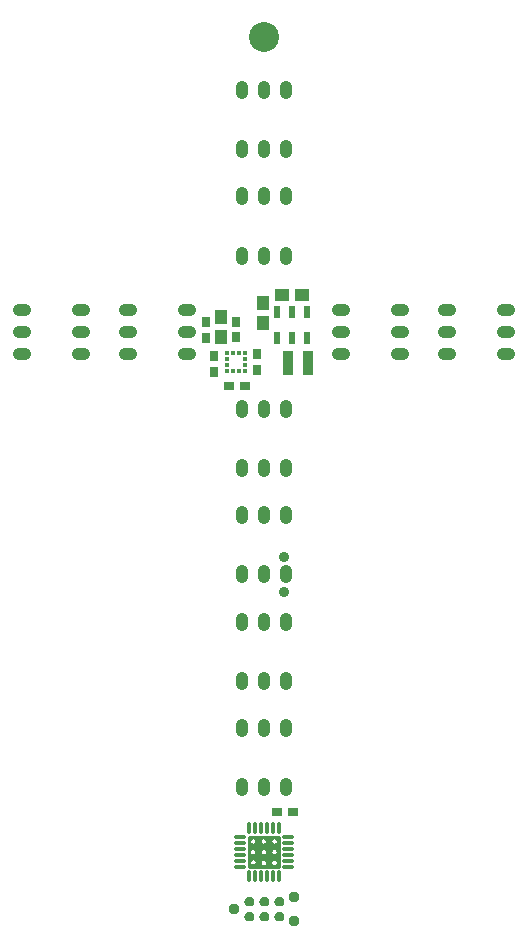
<source format=gts>
G04 DipTrace 2.4.0.2*
%INcross.gts*%
%MOMM*%
%ADD10C,0.25*%
%ADD20C,0.165*%
%ADD29R,0.5X1.0*%
%ADD48C,0.95*%
%ADD49C,0.9*%
%ADD50C,2.54*%
%ADD55R,0.325X0.3*%
%ADD56R,0.3X0.325*%
%ADD57R,0.75X0.95*%
%ADD58R,0.95X0.75*%
%ADD61O,1.55X1.05*%
%ADD62R,0.9X2.05*%
%ADD63R,1.05X1.15*%
%ADD64R,1.15X1.05*%
%ADD65O,1.05X1.55*%
%ADD69O,1.05X0.33*%
%ADD70O,0.33X1.05*%
%FSLAX53Y53*%
G04*
G71*
G90*
G75*
G01*
%LNTopMask*%
%LPD*%
X30824Y16996D2*
D20*
X30825Y17015D1*
X30827Y17033D1*
X30830Y17052D1*
X30835Y17070D1*
X30841Y17088D1*
X30848Y17105D1*
X30857Y17121D1*
X30866Y17138D1*
X30877Y17153D1*
X30889Y17168D1*
X30902Y17182D1*
X30916Y17194D1*
X30931Y17206D1*
X30947Y17217D1*
X30964Y17227D1*
X30981Y17236D1*
X30999Y17244D1*
X31017Y17250D1*
X31036Y17255D1*
X31055Y17259D1*
X31074Y17261D1*
X31094Y17263D1*
X31113D1*
X31133Y17261D1*
X31152Y17259D1*
X31171Y17255D1*
X31190Y17250D1*
X31208Y17244D1*
X31226Y17236D1*
X31243Y17227D1*
X31260Y17217D1*
X31275Y17206D1*
X31290Y17194D1*
X31304Y17182D1*
X31318Y17168D1*
X31330Y17153D1*
X31340Y17138D1*
X31350Y17121D1*
X31359Y17105D1*
X31366Y17088D1*
X31372Y17070D1*
X31377Y17052D1*
X31380Y17033D1*
X31382Y17015D1*
X31383Y16996D1*
X31382Y16978D1*
X31380Y16959D1*
X31377Y16941D1*
X31372Y16923D1*
X31366Y16905D1*
X31359Y16888D1*
X31350Y16871D1*
X31340Y16855D1*
X31330Y16840D1*
X31318Y16825D1*
X31304Y16811D1*
X31290Y16798D1*
X31275Y16786D1*
X31260Y16775D1*
X31243Y16765D1*
X31226Y16757D1*
X31208Y16749D1*
X31190Y16743D1*
X31171Y16738D1*
X31152Y16734D1*
X31133Y16731D1*
X31113Y16730D1*
X31094D1*
X31074Y16731D1*
X31055Y16734D1*
X31036Y16738D1*
X31017Y16743D1*
X30999Y16749D1*
X30981Y16757D1*
X30964Y16765D1*
X30947Y16775D1*
X30931Y16786D1*
X30916Y16798D1*
X30902Y16811D1*
X30889Y16825D1*
X30877Y16840D1*
X30866Y16855D1*
X30857Y16871D1*
X30848Y16888D1*
X30841Y16905D1*
X30835Y16923D1*
X30830Y16941D1*
X30827Y16959D1*
X30825Y16978D1*
X30824Y16996D1*
Y17900D2*
X30825Y17918D1*
X30827Y17937D1*
X30830Y17955D1*
X30835Y17973D1*
X30841Y17991D1*
X30848Y18008D1*
X30857Y18025D1*
X30866Y18041D1*
X30877Y18056D1*
X30889Y18071D1*
X30902Y18085D1*
X30916Y18098D1*
X30931Y18110D1*
X30947Y18121D1*
X30964Y18130D1*
X30981Y18139D1*
X30999Y18147D1*
X31017Y18153D1*
X31036Y18158D1*
X31055Y18162D1*
X31074Y18165D1*
X31094Y18166D1*
X31113D1*
X31133Y18165D1*
X31152Y18162D1*
X31171Y18158D1*
X31190Y18153D1*
X31208Y18147D1*
X31226Y18139D1*
X31243Y18130D1*
X31260Y18121D1*
X31275Y18110D1*
X31290Y18098D1*
X31304Y18085D1*
X31318Y18071D1*
X31330Y18056D1*
X31340Y18041D1*
X31350Y18025D1*
X31359Y18008D1*
X31366Y17991D1*
X31372Y17973D1*
X31377Y17955D1*
X31380Y17937D1*
X31382Y17918D1*
X31383Y17900D1*
X31382Y17881D1*
X31380Y17862D1*
X31377Y17844D1*
X31372Y17826D1*
X31366Y17808D1*
X31359Y17791D1*
X31350Y17774D1*
X31340Y17758D1*
X31330Y17743D1*
X31318Y17728D1*
X31304Y17714D1*
X31290Y17701D1*
X31275Y17689D1*
X31260Y17679D1*
X31243Y17669D1*
X31226Y17660D1*
X31208Y17652D1*
X31190Y17646D1*
X31171Y17641D1*
X31152Y17637D1*
X31133Y17634D1*
X31113Y17633D1*
X31094D1*
X31074Y17634D1*
X31055Y17637D1*
X31036Y17641D1*
X31017Y17646D1*
X30999Y17652D1*
X30981Y17660D1*
X30964Y17669D1*
X30947Y17679D1*
X30931Y17689D1*
X30916Y17701D1*
X30902Y17714D1*
X30889Y17728D1*
X30877Y17743D1*
X30866Y17758D1*
X30857Y17774D1*
X30848Y17791D1*
X30841Y17808D1*
X30835Y17826D1*
X30830Y17844D1*
X30827Y17862D1*
X30825Y17881D1*
X30824Y17900D1*
X31721Y16090D2*
Y16108D1*
X31723Y16127D1*
X31727Y16145D1*
X31731Y16163D1*
X31737Y16181D1*
X31745Y16198D1*
X31753Y16215D1*
X31763Y16231D1*
X31774Y16246D1*
X31786Y16261D1*
X31799Y16275D1*
X31813Y16288D1*
X31828Y16300D1*
X31844Y16311D1*
X31860Y16321D1*
X31877Y16329D1*
X31895Y16337D1*
X31914Y16343D1*
X31932Y16348D1*
X31951Y16352D1*
X31971Y16355D1*
X31990Y16356D1*
X32010D1*
X32029Y16355D1*
X32049Y16352D1*
X32068Y16348D1*
X32086Y16343D1*
X32105Y16337D1*
X32123Y16329D1*
X32140Y16321D1*
X32156Y16311D1*
X32172Y16300D1*
X32187Y16288D1*
X32201Y16275D1*
X32214Y16261D1*
X32226Y16246D1*
X32237Y16231D1*
X32247Y16215D1*
X32255Y16198D1*
X32263Y16181D1*
X32269Y16163D1*
X32273Y16145D1*
X32277Y16127D1*
X32279Y16108D1*
Y16090D1*
Y16071D1*
X32277Y16053D1*
X32273Y16034D1*
X32269Y16016D1*
X32263Y15998D1*
X32255Y15981D1*
X32247Y15964D1*
X32237Y15948D1*
X32226Y15933D1*
X32214Y15918D1*
X32201Y15904D1*
X32187Y15892D1*
X32172Y15880D1*
X32156Y15869D1*
X32140Y15859D1*
X32123Y15850D1*
X32105Y15842D1*
X32086Y15836D1*
X32068Y15831D1*
X32049Y15827D1*
X32029Y15824D1*
X32010Y15823D1*
X31990D1*
X31971Y15824D1*
X31951Y15827D1*
X31932Y15831D1*
X31914Y15836D1*
X31895Y15842D1*
X31877Y15850D1*
X31860Y15859D1*
X31844Y15869D1*
X31828Y15880D1*
X31813Y15892D1*
X31799Y15904D1*
X31786Y15918D1*
X31774Y15933D1*
X31763Y15948D1*
X31753Y15964D1*
X31745Y15981D1*
X31737Y15998D1*
X31731Y16016D1*
X31727Y16034D1*
X31723Y16053D1*
X31721Y16071D1*
Y16090D1*
X31724Y16990D2*
X31725Y17008D1*
X31727Y17027D1*
X31730Y17045D1*
X31735Y17063D1*
X31741Y17081D1*
X31748Y17098D1*
X31757Y17115D1*
X31767Y17131D1*
X31777Y17146D1*
X31789Y17161D1*
X31802Y17175D1*
X31816Y17188D1*
X31831Y17200D1*
X31847Y17211D1*
X31864Y17220D1*
X31881Y17229D1*
X31899Y17237D1*
X31917Y17243D1*
X31936Y17248D1*
X31955Y17252D1*
X31974Y17255D1*
X31994Y17256D1*
X32013D1*
X32033Y17255D1*
X32052Y17252D1*
X32071Y17248D1*
X32090Y17243D1*
X32108Y17237D1*
X32126Y17229D1*
X32143Y17220D1*
X32159Y17211D1*
X32175Y17200D1*
X32190Y17188D1*
X32204Y17175D1*
X32217Y17161D1*
X32229Y17146D1*
X32240Y17131D1*
X32250Y17115D1*
X32258Y17098D1*
X32266Y17081D1*
X32272Y17063D1*
X32276Y17045D1*
X32280Y17027D1*
X32282Y17008D1*
X32283Y16990D1*
X32282Y16971D1*
X32280Y16952D1*
X32276Y16934D1*
X32272Y16916D1*
X32266Y16898D1*
X32258Y16881D1*
X32250Y16864D1*
X32240Y16848D1*
X32229Y16833D1*
X32217Y16818D1*
X32204Y16804D1*
X32190Y16791D1*
X32175Y16779D1*
X32159Y16768D1*
X32143Y16759D1*
X32126Y16750D1*
X32108Y16742D1*
X32090Y16736D1*
X32071Y16731D1*
X32052Y16727D1*
X32033Y16724D1*
X32013Y16723D1*
X31994D1*
X31974Y16724D1*
X31955Y16727D1*
X31936Y16731D1*
X31917Y16736D1*
X31899Y16742D1*
X31881Y16750D1*
X31864Y16759D1*
X31847Y16768D1*
X31831Y16779D1*
X31816Y16791D1*
X31802Y16804D1*
X31789Y16818D1*
X31777Y16833D1*
X31767Y16848D1*
X31757Y16864D1*
X31748Y16881D1*
X31741Y16898D1*
X31735Y16916D1*
X31730Y16934D1*
X31727Y16952D1*
X31725Y16971D1*
X31724Y16990D1*
Y17000D2*
X31725Y17018D1*
X31727Y17037D1*
X31730Y17055D1*
X31735Y17073D1*
X31741Y17091D1*
X31748Y17108D1*
X31757Y17125D1*
X31767Y17141D1*
X31777Y17156D1*
X31789Y17171D1*
X31802Y17185D1*
X31816Y17198D1*
X31831Y17210D1*
X31847Y17221D1*
X31864Y17231D1*
X31881Y17239D1*
X31899Y17247D1*
X31917Y17253D1*
X31936Y17258D1*
X31955Y17262D1*
X31974Y17265D1*
X31994Y17266D1*
X32013D1*
X32033Y17265D1*
X32052Y17262D1*
X32071Y17258D1*
X32090Y17253D1*
X32108Y17247D1*
X32126Y17239D1*
X32143Y17231D1*
X32159Y17221D1*
X32175Y17210D1*
X32190Y17198D1*
X32204Y17185D1*
X32217Y17171D1*
X32229Y17156D1*
X32240Y17141D1*
X32250Y17125D1*
X32258Y17108D1*
X32266Y17091D1*
X32272Y17073D1*
X32276Y17055D1*
X32280Y17037D1*
X32282Y17018D1*
X32283Y17000D1*
X32282Y16981D1*
X32280Y16963D1*
X32276Y16944D1*
X32272Y16926D1*
X32266Y16909D1*
X32258Y16891D1*
X32250Y16875D1*
X32240Y16858D1*
X32229Y16843D1*
X32217Y16828D1*
X32204Y16815D1*
X32190Y16802D1*
X32175Y16790D1*
X32159Y16779D1*
X32143Y16769D1*
X32126Y16760D1*
X32108Y16753D1*
X32090Y16746D1*
X32071Y16741D1*
X32052Y16737D1*
X32033Y16735D1*
X32013Y16733D1*
X31994D1*
X31974Y16735D1*
X31955Y16737D1*
X31936Y16741D1*
X31917Y16746D1*
X31899Y16753D1*
X31881Y16760D1*
X31864Y16769D1*
X31847Y16779D1*
X31831Y16790D1*
X31816Y16802D1*
X31802Y16815D1*
X31789Y16828D1*
X31777Y16843D1*
X31767Y16858D1*
X31757Y16875D1*
X31748Y16891D1*
X31741Y16909D1*
X31735Y16926D1*
X31730Y16944D1*
X31727Y16963D1*
X31725Y16981D1*
X31724Y17000D1*
X31717Y17896D2*
X31718Y17915D1*
X31720Y17933D1*
X31724Y17952D1*
X31728Y17970D1*
X31734Y17987D1*
X31742Y18005D1*
X31750Y18021D1*
X31760Y18037D1*
X31771Y18053D1*
X31783Y18068D1*
X31796Y18081D1*
X31810Y18094D1*
X31825Y18106D1*
X31841Y18117D1*
X31857Y18127D1*
X31874Y18136D1*
X31892Y18143D1*
X31910Y18150D1*
X31929Y18155D1*
X31948Y18159D1*
X31968Y18161D1*
X31987Y18163D1*
X32006D1*
X32026Y18161D1*
X32045Y18159D1*
X32064Y18155D1*
X32083Y18150D1*
X32101Y18143D1*
X32119Y18136D1*
X32136Y18127D1*
X32153Y18117D1*
X32169Y18106D1*
X32184Y18094D1*
X32198Y18081D1*
X32211Y18068D1*
X32223Y18053D1*
X32233Y18037D1*
X32243Y18021D1*
X32252Y18005D1*
X32259Y17987D1*
X32265Y17970D1*
X32270Y17952D1*
X32273Y17933D1*
X32275Y17915D1*
X32276Y17896D1*
X32275Y17878D1*
X32273Y17859D1*
X32270Y17841D1*
X32265Y17823D1*
X32259Y17805D1*
X32252Y17788D1*
X32243Y17771D1*
X32233Y17755D1*
X32223Y17739D1*
X32211Y17725D1*
X32198Y17711D1*
X32184Y17698D1*
X32169Y17686D1*
X32153Y17675D1*
X32136Y17665D1*
X32119Y17657D1*
X32101Y17649D1*
X32083Y17643D1*
X32064Y17637D1*
X32045Y17634D1*
X32026Y17631D1*
X32006Y17630D1*
X31987D1*
X31968Y17631D1*
X31948Y17634D1*
X31929Y17637D1*
X31910Y17643D1*
X31892Y17649D1*
X31874Y17657D1*
X31857Y17665D1*
X31841Y17675D1*
X31825Y17686D1*
X31810Y17698D1*
X31796Y17711D1*
X31783Y17725D1*
X31771Y17739D1*
X31760Y17755D1*
X31750Y17771D1*
X31742Y17788D1*
X31734Y17805D1*
X31728Y17823D1*
X31724Y17841D1*
X31720Y17859D1*
X31718Y17878D1*
X31717Y17896D1*
X32624Y16993D2*
X32625Y17012D1*
X32627Y17030D1*
X32630Y17048D1*
X32635Y17066D1*
X32641Y17084D1*
X32648Y17101D1*
X32657Y17118D1*
X32667Y17134D1*
X32678Y17150D1*
X32690Y17164D1*
X32703Y17178D1*
X32717Y17191D1*
X32732Y17203D1*
X32747Y17214D1*
X32764Y17224D1*
X32781Y17233D1*
X32799Y17240D1*
X32817Y17246D1*
X32836Y17252D1*
X32855Y17255D1*
X32874Y17258D1*
X32894Y17259D1*
X32913D1*
X32933Y17258D1*
X32952Y17255D1*
X32971Y17252D1*
X32990Y17246D1*
X33008Y17240D1*
X33026Y17233D1*
X33043Y17224D1*
X33060Y17214D1*
X33075Y17203D1*
X33090Y17191D1*
X33104Y17178D1*
X33117Y17164D1*
X33129Y17150D1*
X33140Y17134D1*
X33150Y17118D1*
X33159Y17101D1*
X33166Y17084D1*
X33172Y17066D1*
X33177Y17048D1*
X33180Y17030D1*
X33182Y17012D1*
X33183Y16993D1*
X33182Y16974D1*
X33180Y16956D1*
X33177Y16937D1*
X33172Y16919D1*
X33166Y16902D1*
X33159Y16884D1*
X33150Y16868D1*
X33140Y16852D1*
X33129Y16836D1*
X33117Y16822D1*
X33104Y16808D1*
X33090Y16795D1*
X33075Y16783D1*
X33060Y16772D1*
X33043Y16762D1*
X33026Y16753D1*
X33008Y16746D1*
X32990Y16739D1*
X32971Y16734D1*
X32952Y16730D1*
X32933Y16728D1*
X32913Y16726D1*
X32894D1*
X32874Y16728D1*
X32855Y16730D1*
X32836Y16734D1*
X32817Y16739D1*
X32799Y16746D1*
X32781Y16753D1*
X32764Y16762D1*
X32747Y16772D1*
X32732Y16783D1*
X32717Y16795D1*
X32703Y16808D1*
X32690Y16822D1*
X32678Y16836D1*
X32667Y16852D1*
X32657Y16868D1*
X32648Y16884D1*
X32641Y16902D1*
X32635Y16919D1*
X32630Y16937D1*
X32627Y16956D1*
X32625Y16974D1*
X32624Y16993D1*
Y16096D2*
X32625Y16115D1*
X32627Y16134D1*
X32630Y16152D1*
X32635Y16170D1*
X32641Y16188D1*
X32648Y16205D1*
X32657Y16222D1*
X32667Y16238D1*
X32678Y16253D1*
X32690Y16268D1*
X32703Y16282D1*
X32717Y16295D1*
X32732Y16307D1*
X32747Y16317D1*
X32764Y16327D1*
X32781Y16336D1*
X32799Y16344D1*
X32817Y16350D1*
X32836Y16355D1*
X32855Y16359D1*
X32874Y16362D1*
X32894Y16363D1*
X32913D1*
X32933Y16362D1*
X32952Y16359D1*
X32971Y16355D1*
X32990Y16350D1*
X33008Y16344D1*
X33026Y16336D1*
X33043Y16327D1*
X33060Y16317D1*
X33075Y16307D1*
X33090Y16295D1*
X33104Y16282D1*
X33117Y16268D1*
X33129Y16253D1*
X33140Y16238D1*
X33150Y16222D1*
X33159Y16205D1*
X33166Y16188D1*
X33172Y16170D1*
X33177Y16152D1*
X33180Y16134D1*
X33182Y16115D1*
X33183Y16096D1*
X33182Y16078D1*
X33180Y16059D1*
X33177Y16041D1*
X33172Y16023D1*
X33166Y16005D1*
X33159Y15988D1*
X33150Y15971D1*
X33140Y15955D1*
X33129Y15940D1*
X33117Y15925D1*
X33104Y15911D1*
X33090Y15898D1*
X33075Y15886D1*
X33060Y15875D1*
X33043Y15866D1*
X33026Y15857D1*
X33008Y15849D1*
X32990Y15843D1*
X32971Y15838D1*
X32952Y15834D1*
X32933Y15831D1*
X32913Y15830D1*
X32894D1*
X32874Y15831D1*
X32855Y15834D1*
X32836Y15838D1*
X32817Y15843D1*
X32799Y15849D1*
X32781Y15857D1*
X32764Y15866D1*
X32747Y15875D1*
X32732Y15886D1*
X32717Y15898D1*
X32703Y15911D1*
X32690Y15925D1*
X32678Y15940D1*
X32667Y15955D1*
X32657Y15971D1*
X32648Y15988D1*
X32641Y16005D1*
X32635Y16023D1*
X32630Y16041D1*
X32627Y16059D1*
X32625Y16078D1*
X32624Y16096D1*
Y17900D2*
X32625Y17918D1*
X32627Y17937D1*
X32630Y17955D1*
X32635Y17973D1*
X32641Y17991D1*
X32648Y18008D1*
X32657Y18025D1*
X32667Y18041D1*
X32678Y18056D1*
X32690Y18071D1*
X32703Y18085D1*
X32717Y18098D1*
X32732Y18110D1*
X32747Y18121D1*
X32764Y18130D1*
X32781Y18139D1*
X32799Y18147D1*
X32817Y18153D1*
X32836Y18158D1*
X32855Y18162D1*
X32874Y18165D1*
X32894Y18166D1*
X32913D1*
X32933Y18165D1*
X32952Y18162D1*
X32971Y18158D1*
X32990Y18153D1*
X33008Y18147D1*
X33026Y18139D1*
X33043Y18130D1*
X33060Y18121D1*
X33075Y18110D1*
X33090Y18098D1*
X33104Y18085D1*
X33117Y18071D1*
X33129Y18056D1*
X33140Y18041D1*
X33150Y18025D1*
X33159Y18008D1*
X33166Y17991D1*
X33172Y17973D1*
X33177Y17955D1*
X33180Y17937D1*
X33182Y17918D1*
X33183Y17900D1*
X33182Y17881D1*
X33180Y17862D1*
X33177Y17844D1*
X33172Y17826D1*
X33166Y17808D1*
X33159Y17791D1*
X33150Y17774D1*
X33140Y17758D1*
X33129Y17743D1*
X33117Y17728D1*
X33104Y17714D1*
X33090Y17701D1*
X33075Y17689D1*
X33060Y17679D1*
X33043Y17669D1*
X33026Y17660D1*
X33008Y17652D1*
X32990Y17646D1*
X32971Y17641D1*
X32952Y17637D1*
X32933Y17634D1*
X32913Y17633D1*
X32894D1*
X32874Y17634D1*
X32855Y17637D1*
X32836Y17641D1*
X32817Y17646D1*
X32799Y17652D1*
X32781Y17660D1*
X32764Y17669D1*
X32747Y17679D1*
X32732Y17689D1*
X32717Y17701D1*
X32703Y17714D1*
X32690Y17728D1*
X32678Y17743D1*
X32667Y17758D1*
X32657Y17774D1*
X32648Y17791D1*
X32641Y17808D1*
X32635Y17826D1*
X32630Y17844D1*
X32627Y17862D1*
X32625Y17881D1*
X32624Y17900D1*
X30733Y15740D2*
D10*
X33260D1*
Y18230D1*
X30733D1*
Y15740D1*
G36*
X30793Y16334D2*
X33177D1*
Y16814D1*
X30793D1*
Y16334D1*
G37*
G36*
X32200Y15777D2*
X32667D1*
Y18253D1*
X32200D1*
Y15777D1*
G37*
G36*
X31340Y15794D2*
X31807D1*
Y18153D1*
X31340D1*
Y15794D1*
G37*
G36*
X30700Y17223D2*
X33170D1*
Y17696D1*
X30700D1*
Y17223D1*
G37*
X30837Y16123D2*
D20*
X30838Y16142D1*
X30840Y16160D1*
X30843Y16179D1*
X30848Y16197D1*
X30854Y16214D1*
X30861Y16232D1*
X30870Y16248D1*
X30880Y16264D1*
X30891Y16280D1*
X30903Y16294D1*
X30916Y16308D1*
X30930Y16321D1*
X30945Y16333D1*
X30960Y16344D1*
X30977Y16354D1*
X30994Y16363D1*
X31012Y16370D1*
X31030Y16377D1*
X31049Y16382D1*
X31068Y16386D1*
X31087Y16388D1*
X31107Y16390D1*
X31126D1*
X31146Y16388D1*
X31165Y16386D1*
X31184Y16382D1*
X31203Y16377D1*
X31221Y16370D1*
X31239Y16363D1*
X31256Y16354D1*
X31273Y16344D1*
X31289Y16333D1*
X31304Y16321D1*
X31318Y16308D1*
X31331Y16294D1*
X31343Y16280D1*
X31354Y16264D1*
X31363Y16248D1*
X31372Y16232D1*
X31379Y16214D1*
X31385Y16197D1*
X31390Y16179D1*
X31393Y16160D1*
X31395Y16142D1*
X31396Y16123D1*
X31395Y16104D1*
X31393Y16086D1*
X31390Y16068D1*
X31385Y16050D1*
X31379Y16032D1*
X31372Y16015D1*
X31363Y15998D1*
X31354Y15982D1*
X31343Y15966D1*
X31331Y15952D1*
X31318Y15938D1*
X31304Y15925D1*
X31289Y15913D1*
X31273Y15902D1*
X31256Y15892D1*
X31239Y15883D1*
X31221Y15876D1*
X31203Y15870D1*
X31184Y15864D1*
X31165Y15861D1*
X31146Y15858D1*
X31126Y15857D1*
X31107D1*
X31087Y15858D1*
X31068Y15861D1*
X31049Y15864D1*
X31030Y15870D1*
X31012Y15876D1*
X30994Y15883D1*
X30977Y15892D1*
X30960Y15902D1*
X30945Y15913D1*
X30930Y15925D1*
X30916Y15938D1*
X30903Y15952D1*
X30891Y15966D1*
X30880Y15982D1*
X30870Y15998D1*
X30861Y16015D1*
X30854Y16032D1*
X30848Y16050D1*
X30843Y16068D1*
X30840Y16086D1*
X30838Y16104D1*
X30837Y16123D1*
D70*
X30750Y14950D3*
X31250D3*
X31750D3*
X32250D3*
X32750D3*
X33250D3*
D69*
X34050Y15750D3*
Y16250D3*
Y16750D3*
Y17250D3*
Y17750D3*
Y18250D3*
D70*
X33250Y19050D3*
X32750D3*
X32250D3*
X31750D3*
X31250D3*
X30750D3*
D69*
X29950Y18250D3*
Y17750D3*
Y17250D3*
Y16750D3*
Y16250D3*
Y15750D3*
D29*
X35682Y62688D3*
X34382D3*
X33082D3*
Y60488D3*
X34382D3*
X35682D3*
G36*
X31189Y12807D2*
X31182Y12880D1*
X31164Y12950D1*
X31133Y13016D1*
X31091Y13076D1*
X31039Y13128D1*
X30979Y13170D1*
X30913Y13201D1*
X30843Y13219D1*
X30770Y13226D1*
D1*
X30697Y13219D1*
X30627Y13201D1*
X30561Y13170D1*
X30501Y13128D1*
X30449Y13076D1*
X30407Y13016D1*
X30376Y12950D1*
X30358Y12880D1*
X30351Y12807D1*
D1*
X30358Y12734D1*
X30376Y12664D1*
X30407Y12598D1*
X30449Y12538D1*
X30501Y12486D1*
X30561Y12444D1*
X30627Y12413D1*
X30697Y12395D1*
X30770Y12388D1*
D1*
X30843Y12395D1*
X30913Y12413D1*
X30979Y12444D1*
X31039Y12486D1*
X31091Y12538D1*
X31133Y12598D1*
X31164Y12664D1*
X31182Y12734D1*
X31189Y12807D1*
G37*
G36*
X32459D2*
X32452Y12880D1*
X32434Y12950D1*
X32403Y13016D1*
X32361Y13076D1*
X32309Y13128D1*
X32249Y13170D1*
X32183Y13201D1*
X32113Y13219D1*
X32040Y13226D1*
D1*
X31967Y13219D1*
X31897Y13201D1*
X31831Y13170D1*
X31771Y13128D1*
X31719Y13076D1*
X31677Y13016D1*
X31646Y12950D1*
X31628Y12880D1*
X31621Y12807D1*
D1*
X31628Y12734D1*
X31646Y12664D1*
X31677Y12598D1*
X31719Y12538D1*
X31771Y12486D1*
X31831Y12444D1*
X31897Y12413D1*
X31967Y12395D1*
X32040Y12388D1*
D1*
X32113Y12395D1*
X32183Y12413D1*
X32249Y12444D1*
X32309Y12486D1*
X32361Y12538D1*
X32403Y12598D1*
X32434Y12664D1*
X32452Y12734D1*
X32459Y12807D1*
G37*
G36*
X33729D2*
X33722Y12880D1*
X33704Y12950D1*
X33673Y13016D1*
X33631Y13076D1*
X33579Y13128D1*
X33519Y13170D1*
X33453Y13201D1*
X33383Y13219D1*
X33310Y13226D1*
D1*
X33237Y13219D1*
X33167Y13201D1*
X33101Y13170D1*
X33041Y13128D1*
X32989Y13076D1*
X32947Y13016D1*
X32916Y12950D1*
X32898Y12880D1*
X32891Y12807D1*
D1*
X32898Y12734D1*
X32916Y12664D1*
X32947Y12598D1*
X32989Y12538D1*
X33041Y12486D1*
X33101Y12444D1*
X33167Y12413D1*
X33237Y12395D1*
X33310Y12388D1*
D1*
X33383Y12395D1*
X33453Y12413D1*
X33519Y12444D1*
X33579Y12486D1*
X33631Y12538D1*
X33673Y12598D1*
X33704Y12664D1*
X33722Y12734D1*
X33729Y12807D1*
G37*
G36*
Y11537D2*
X33722Y11610D1*
X33704Y11680D1*
X33673Y11746D1*
X33631Y11806D1*
X33579Y11858D1*
X33519Y11900D1*
X33453Y11931D1*
X33383Y11949D1*
X33310Y11956D1*
D1*
X33237Y11949D1*
X33167Y11931D1*
X33101Y11900D1*
X33041Y11858D1*
X32989Y11806D1*
X32947Y11746D1*
X32916Y11680D1*
X32898Y11610D1*
X32891Y11537D1*
D1*
X32898Y11464D1*
X32916Y11394D1*
X32947Y11328D1*
X32989Y11268D1*
X33041Y11216D1*
X33101Y11174D1*
X33167Y11143D1*
X33237Y11125D1*
X33310Y11118D1*
D1*
X33383Y11125D1*
X33453Y11143D1*
X33519Y11174D1*
X33579Y11216D1*
X33631Y11268D1*
X33673Y11328D1*
X33704Y11394D1*
X33722Y11464D1*
X33729Y11537D1*
G37*
G36*
X32459D2*
X32452Y11610D1*
X32434Y11680D1*
X32403Y11746D1*
X32361Y11806D1*
X32309Y11858D1*
X32249Y11900D1*
X32183Y11931D1*
X32113Y11949D1*
X32040Y11956D1*
D1*
X31967Y11949D1*
X31897Y11931D1*
X31831Y11900D1*
X31771Y11858D1*
X31719Y11806D1*
X31677Y11746D1*
X31646Y11680D1*
X31628Y11610D1*
X31621Y11537D1*
D1*
X31628Y11464D1*
X31646Y11394D1*
X31677Y11328D1*
X31719Y11268D1*
X31771Y11216D1*
X31831Y11174D1*
X31897Y11143D1*
X31967Y11125D1*
X32040Y11118D1*
D1*
X32113Y11125D1*
X32183Y11143D1*
X32249Y11174D1*
X32309Y11216D1*
X32361Y11268D1*
X32403Y11328D1*
X32434Y11394D1*
X32452Y11464D1*
X32459Y11537D1*
G37*
G36*
X31189D2*
X31182Y11610D1*
X31164Y11680D1*
X31133Y11746D1*
X31091Y11806D1*
X31039Y11858D1*
X30979Y11900D1*
X30913Y11931D1*
X30843Y11949D1*
X30770Y11956D1*
D1*
X30697Y11949D1*
X30627Y11931D1*
X30561Y11900D1*
X30501Y11858D1*
X30449Y11806D1*
X30407Y11746D1*
X30376Y11680D1*
X30358Y11610D1*
X30351Y11537D1*
D1*
X30358Y11464D1*
X30376Y11394D1*
X30407Y11328D1*
X30449Y11268D1*
X30501Y11216D1*
X30561Y11174D1*
X30627Y11143D1*
X30697Y11125D1*
X30770Y11118D1*
D1*
X30843Y11125D1*
X30913Y11143D1*
X30979Y11174D1*
X31039Y11216D1*
X31091Y11268D1*
X31133Y11328D1*
X31164Y11394D1*
X31182Y11464D1*
X31189Y11537D1*
G37*
D48*
X29500Y12172D3*
X34580Y13188D3*
Y11156D3*
D65*
X30150Y22500D3*
X32000D3*
X33850D3*
Y27500D3*
X32000D3*
X30150D3*
D64*
X35212Y64123D3*
X33512D3*
D63*
X31900Y61798D3*
Y63498D3*
D62*
X35737Y58430D3*
X34037D3*
D65*
X30150Y31500D3*
X32000D3*
X33850D3*
Y36500D3*
X32000D3*
X30150D3*
Y40500D3*
X32000D3*
X33850D3*
Y45500D3*
X32000D3*
X30150D3*
Y49500D3*
X32000D3*
X33850D3*
Y54500D3*
X32000D3*
X30150D3*
D61*
X25500Y59150D3*
Y61000D3*
Y62850D3*
X20500D3*
Y61000D3*
Y59150D3*
X16500D3*
Y61000D3*
Y62850D3*
X11500D3*
Y61000D3*
Y59150D3*
D65*
X30150Y67500D3*
X32000D3*
X33850D3*
Y72500D3*
X32000D3*
X30150D3*
Y76500D3*
X32000D3*
X33850D3*
Y81500D3*
X32000D3*
X30150D3*
D61*
X38500Y62850D3*
Y61000D3*
Y59150D3*
X43500D3*
Y61000D3*
Y62850D3*
X47500D3*
Y61000D3*
Y59150D3*
X52500D3*
Y61000D3*
Y62850D3*
D49*
X33711Y39013D3*
Y42013D3*
D58*
X30385Y56475D3*
X29085D3*
D57*
X27739Y57669D3*
Y58969D3*
X31409Y57837D3*
Y59137D3*
X27106Y60558D3*
Y61858D3*
X29645Y60571D3*
Y61871D3*
D63*
X28371Y60612D3*
Y62312D3*
D56*
X28894Y57714D3*
X29394D3*
X29894D3*
X30394D3*
D55*
Y58214D3*
Y58714D3*
D56*
Y59214D3*
X29894D3*
X29394D3*
X28894D3*
D55*
Y58714D3*
Y58214D3*
D58*
X33152Y20381D3*
X34452D3*
D50*
X32000Y86000D3*
M02*

</source>
